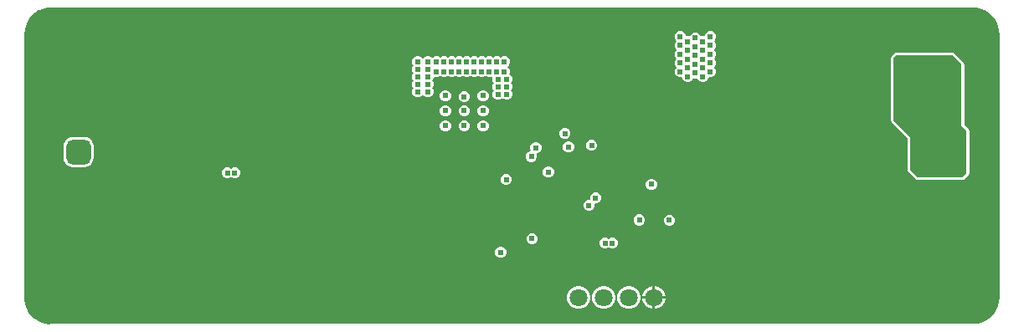
<source format=gbr>
%TF.GenerationSoftware,Altium Limited,Altium Designer,23.0.1 (38)*%
G04 Layer_Physical_Order=2*
G04 Layer_Color=36540*
%FSLAX45Y45*%
%MOMM*%
%TF.SameCoordinates,3EE063B3-4F93-4FDD-BE50-ED7C6B7A8C7B*%
%TF.FilePolarity,Positive*%
%TF.FileFunction,Copper,L2,Inr,Signal*%
%TF.Part,Single*%
G01*
G75*
%TA.AperFunction,ComponentPad*%
G04:AMPARAMS|DCode=58|XSize=2.5mm|YSize=2.5mm|CornerRadius=0.625mm|HoleSize=0mm|Usage=FLASHONLY|Rotation=270.000|XOffset=0mm|YOffset=0mm|HoleType=Round|Shape=RoundedRectangle|*
%AMROUNDEDRECTD58*
21,1,2.50000,1.25000,0,0,270.0*
21,1,1.25000,2.50000,0,0,270.0*
1,1,1.25000,-0.62500,-0.62500*
1,1,1.25000,-0.62500,0.62500*
1,1,1.25000,0.62500,0.62500*
1,1,1.25000,0.62500,-0.62500*
%
%ADD58ROUNDEDRECTD58*%
%ADD59C,1.80000*%
%ADD60C,5.00000*%
%TA.AperFunction,ViaPad*%
%ADD61C,0.60960*%
%ADD62C,0.40000*%
G36*
X9362797Y2932577D02*
X9403811Y2922730D01*
X9442779Y2906589D01*
X9478743Y2884550D01*
X9510816Y2857157D01*
X9538210Y2825084D01*
X9560248Y2789120D01*
X9576390Y2750151D01*
X9586236Y2709137D01*
X9589473Y2668007D01*
X9589290Y2667088D01*
Y88D01*
X9589473Y-832D01*
X9586236Y-41962D01*
X9576390Y-82976D01*
X9560248Y-121944D01*
X9538210Y-157908D01*
X9510816Y-189982D01*
X9478743Y-217375D01*
X9442779Y-239414D01*
X9403811Y-255555D01*
X9362797Y-265402D01*
X9321667Y-268639D01*
X9320747Y-268456D01*
X-10434Y-268457D01*
X-12680Y-268903D01*
X-60727Y-264171D01*
X-109088Y-249501D01*
X-153658Y-225678D01*
X-192724Y-193618D01*
X-224784Y-154552D01*
X-248607Y-109982D01*
X-263277Y-61621D01*
X-267003Y-23796D01*
X-267562Y-11328D01*
X-267572Y1371D01*
X-269596Y2667115D01*
X-269778Y2668024D01*
X-266542Y2709137D01*
X-256695Y2750151D01*
X-240554Y2789120D01*
X-218515Y2825084D01*
X-191122Y2857157D01*
X-159049Y2884550D01*
X-123085Y2906589D01*
X-84116Y2922730D01*
X-43102Y2932577D01*
X-1972Y2935814D01*
X-1053Y2935631D01*
X9320747D01*
X9321667Y2935814D01*
X9362797Y2932577D01*
D02*
G37*
%LPC*%
G36*
X6678615Y2697480D02*
X6656385D01*
X6635847Y2688973D01*
X6620127Y2673253D01*
X6612998Y2656043D01*
X6602415Y2646680D01*
X6580185D01*
X6569972Y2642450D01*
X6562473Y2660553D01*
X6546753Y2676273D01*
X6526215Y2684780D01*
X6503985D01*
X6483447Y2676273D01*
X6467727Y2660553D01*
X6460228Y2642450D01*
X6450015Y2646680D01*
X6427785D01*
X6417202Y2656043D01*
X6410073Y2673253D01*
X6394353Y2688973D01*
X6373815Y2697480D01*
X6351585D01*
X6331047Y2688973D01*
X6315327Y2673253D01*
X6306820Y2652715D01*
Y2630485D01*
X6315327Y2609947D01*
X6328124Y2597150D01*
X6315327Y2584353D01*
X6306820Y2563815D01*
Y2541585D01*
X6315327Y2521047D01*
X6328124Y2508250D01*
X6315327Y2495453D01*
X6306820Y2474915D01*
Y2452685D01*
X6315327Y2432147D01*
X6328124Y2419350D01*
X6315327Y2406553D01*
X6306820Y2386015D01*
Y2363785D01*
X6315327Y2343247D01*
X6328124Y2330450D01*
X6315327Y2317653D01*
X6306820Y2297115D01*
Y2274885D01*
X6315327Y2254347D01*
X6331047Y2238627D01*
X6351585Y2230120D01*
X6373815D01*
X6384398Y2220757D01*
X6391527Y2203547D01*
X6407247Y2187827D01*
X6427785Y2179320D01*
X6450015D01*
X6470553Y2187827D01*
X6486273Y2203547D01*
X6493772Y2221650D01*
X6503985Y2217420D01*
X6526215D01*
X6536428Y2221650D01*
X6543927Y2203547D01*
X6559647Y2187827D01*
X6580185Y2179320D01*
X6602415D01*
X6622953Y2187827D01*
X6638673Y2203547D01*
X6645802Y2220757D01*
X6656385Y2230120D01*
X6678615D01*
X6699153Y2238627D01*
X6714873Y2254347D01*
X6723380Y2274885D01*
Y2297115D01*
X6714873Y2317653D01*
X6702076Y2330450D01*
X6714873Y2343247D01*
X6723380Y2363785D01*
Y2386015D01*
X6714873Y2406553D01*
X6702076Y2419350D01*
X6714873Y2432147D01*
X6723380Y2452685D01*
Y2474915D01*
X6714873Y2495453D01*
X6702076Y2508250D01*
X6714873Y2521047D01*
X6723380Y2541585D01*
Y2563815D01*
X6714873Y2584353D01*
X6702076Y2597150D01*
X6714873Y2609947D01*
X6723380Y2630485D01*
Y2652715D01*
X6714873Y2673253D01*
X6699153Y2688973D01*
X6678615Y2697480D01*
D02*
G37*
G36*
X4595815Y2443480D02*
X4573585D01*
X4553047Y2434973D01*
X4546600Y2428526D01*
X4540153Y2434973D01*
X4519615Y2443480D01*
X4497385D01*
X4476847Y2434973D01*
X4470400Y2428526D01*
X4463953Y2434973D01*
X4443415Y2443480D01*
X4421185D01*
X4400647Y2434973D01*
X4394200Y2428526D01*
X4387753Y2434973D01*
X4367215Y2443480D01*
X4344985D01*
X4324447Y2434973D01*
X4318000Y2428526D01*
X4311553Y2434973D01*
X4291015Y2443480D01*
X4268785D01*
X4248247Y2434973D01*
X4241800Y2428526D01*
X4235353Y2434973D01*
X4214815Y2443480D01*
X4192585D01*
X4172047Y2434973D01*
X4165600Y2428526D01*
X4159153Y2434973D01*
X4138615Y2443480D01*
X4116385D01*
X4095847Y2434973D01*
X4089400Y2428526D01*
X4082953Y2434973D01*
X4062415Y2443480D01*
X4040185D01*
X4019647Y2434973D01*
X4013200Y2428526D01*
X4006753Y2434973D01*
X3986215Y2443480D01*
X3963985D01*
X3943447Y2434973D01*
X3937000Y2428526D01*
X3930553Y2434973D01*
X3910015Y2443480D01*
X3887785D01*
X3867247Y2434973D01*
X3854450Y2422176D01*
X3841653Y2434973D01*
X3821115Y2443480D01*
X3798885D01*
X3778347Y2434973D01*
X3767497Y2424123D01*
X3759200Y2420677D01*
X3750903Y2424123D01*
X3740053Y2434973D01*
X3719515Y2443480D01*
X3697285D01*
X3676747Y2434973D01*
X3661027Y2419253D01*
X3652520Y2398715D01*
Y2376485D01*
X3661027Y2355947D01*
X3667474Y2349500D01*
X3661027Y2343053D01*
X3652520Y2322515D01*
Y2300285D01*
X3661027Y2279747D01*
X3667474Y2273300D01*
X3661027Y2266853D01*
X3652520Y2246315D01*
Y2224085D01*
X3661027Y2203547D01*
X3667474Y2197100D01*
X3661027Y2190653D01*
X3652520Y2170115D01*
Y2147885D01*
X3661027Y2127347D01*
X3667474Y2120900D01*
X3661027Y2114453D01*
X3652520Y2093915D01*
Y2071685D01*
X3661027Y2051147D01*
X3676747Y2035427D01*
X3697285Y2026920D01*
X3719515D01*
X3740053Y2035427D01*
X3750903Y2046277D01*
X3759200Y2049723D01*
X3767497Y2046277D01*
X3778347Y2035427D01*
X3798885Y2026920D01*
X3821115D01*
X3841653Y2035427D01*
X3857373Y2051147D01*
X3865880Y2071685D01*
Y2093915D01*
X3857373Y2114453D01*
X3850926Y2120900D01*
X3857373Y2127347D01*
X3865880Y2147885D01*
Y2170115D01*
X3857373Y2190653D01*
X3850926Y2197100D01*
X3857373Y2203547D01*
X3865880Y2224085D01*
Y2225447D01*
X3878580Y2233933D01*
X3887785Y2230120D01*
X3910015D01*
X3930553Y2238627D01*
X3937000Y2245074D01*
X3943447Y2238627D01*
X3963985Y2230120D01*
X3986215D01*
X4006753Y2238627D01*
X4013200Y2245074D01*
X4019647Y2238627D01*
X4040185Y2230120D01*
X4062415D01*
X4082953Y2238627D01*
X4089400Y2245074D01*
X4095847Y2238627D01*
X4116385Y2230120D01*
X4138615D01*
X4159153Y2238627D01*
X4165600Y2245074D01*
X4172047Y2238627D01*
X4192585Y2230120D01*
X4214815D01*
X4235353Y2238627D01*
X4241800Y2245074D01*
X4248247Y2238627D01*
X4268785Y2230120D01*
X4291015D01*
X4311553Y2238627D01*
X4318000Y2245074D01*
X4324447Y2238627D01*
X4344985Y2230120D01*
X4367215D01*
X4387753Y2238627D01*
X4394200Y2245074D01*
X4400647Y2238627D01*
X4421185Y2230120D01*
X4443415D01*
X4457866Y2236106D01*
X4467586Y2226385D01*
X4465320Y2220915D01*
Y2198685D01*
X4473827Y2178147D01*
X4480274Y2171700D01*
X4473827Y2165253D01*
X4465320Y2144715D01*
Y2122485D01*
X4473827Y2101947D01*
X4480274Y2095500D01*
X4473827Y2089053D01*
X4465320Y2068515D01*
Y2046285D01*
X4473827Y2025747D01*
X4489547Y2010027D01*
X4510085Y2001520D01*
X4532315D01*
X4552853Y2010027D01*
X4565650Y2022824D01*
X4578447Y2010027D01*
X4598985Y2001520D01*
X4621215D01*
X4641753Y2010027D01*
X4657473Y2025747D01*
X4665980Y2046285D01*
Y2068515D01*
X4657473Y2089053D01*
X4651026Y2095500D01*
X4657473Y2101947D01*
X4665980Y2122485D01*
Y2144715D01*
X4657473Y2165253D01*
X4651026Y2171700D01*
X4657473Y2178147D01*
X4665980Y2198685D01*
Y2220915D01*
X4657473Y2241453D01*
X4641753Y2257173D01*
X4634490Y2260181D01*
X4640580Y2274885D01*
Y2297115D01*
X4632073Y2317653D01*
X4621223Y2328503D01*
X4617777Y2336800D01*
X4621223Y2345097D01*
X4632073Y2355947D01*
X4640580Y2376485D01*
Y2398715D01*
X4632073Y2419253D01*
X4616353Y2434973D01*
X4595815Y2443480D01*
D02*
G37*
G36*
X4379915Y2100580D02*
X4357685D01*
X4337147Y2092073D01*
X4321427Y2076353D01*
X4312920Y2055815D01*
Y2033585D01*
X4321427Y2013047D01*
X4337147Y1997327D01*
X4357685Y1988820D01*
X4379915D01*
X4400453Y1997327D01*
X4416173Y2013047D01*
X4424680Y2033585D01*
Y2055815D01*
X4416173Y2076353D01*
X4400453Y2092073D01*
X4379915Y2100580D01*
D02*
G37*
G36*
X3998915D02*
X3976685D01*
X3956147Y2092073D01*
X3940427Y2076353D01*
X3931920Y2055815D01*
Y2033585D01*
X3940427Y2013047D01*
X3956147Y1997327D01*
X3976685Y1988820D01*
X3998915D01*
X4019453Y1997327D01*
X4035173Y2013047D01*
X4043680Y2033585D01*
Y2055815D01*
X4035173Y2076353D01*
X4019453Y2092073D01*
X3998915Y2100580D01*
D02*
G37*
G36*
X4189415Y2087880D02*
X4167185D01*
X4146647Y2079373D01*
X4130927Y2063653D01*
X4122420Y2043115D01*
Y2020885D01*
X4130927Y2000347D01*
X4146647Y1984627D01*
X4167185Y1976120D01*
X4189415D01*
X4209953Y1984627D01*
X4225673Y2000347D01*
X4234180Y2020885D01*
Y2043115D01*
X4225673Y2063653D01*
X4209953Y2079373D01*
X4189415Y2087880D01*
D02*
G37*
G36*
X4379915Y1948180D02*
X4357685D01*
X4337147Y1939673D01*
X4321427Y1923953D01*
X4312920Y1903415D01*
Y1881185D01*
X4321427Y1860647D01*
X4337147Y1844927D01*
X4357685Y1836420D01*
X4379915D01*
X4400453Y1844927D01*
X4416173Y1860647D01*
X4424680Y1881185D01*
Y1903415D01*
X4416173Y1923953D01*
X4400453Y1939673D01*
X4379915Y1948180D01*
D02*
G37*
G36*
X4189415D02*
X4167185D01*
X4146647Y1939673D01*
X4130927Y1923953D01*
X4122420Y1903415D01*
Y1881185D01*
X4130927Y1860647D01*
X4146647Y1844927D01*
X4167185Y1836420D01*
X4189415D01*
X4209953Y1844927D01*
X4225673Y1860647D01*
X4234180Y1881185D01*
Y1903415D01*
X4225673Y1923953D01*
X4209953Y1939673D01*
X4189415Y1948180D01*
D02*
G37*
G36*
X3998915D02*
X3976685D01*
X3956147Y1939673D01*
X3940427Y1923953D01*
X3931920Y1903415D01*
Y1881185D01*
X3940427Y1860647D01*
X3956147Y1844927D01*
X3976685Y1836420D01*
X3998915D01*
X4019453Y1844927D01*
X4035173Y1860647D01*
X4043680Y1881185D01*
Y1903415D01*
X4035173Y1923953D01*
X4019453Y1939673D01*
X3998915Y1948180D01*
D02*
G37*
G36*
X4379915Y1795780D02*
X4357685D01*
X4337147Y1787273D01*
X4321427Y1771553D01*
X4312920Y1751015D01*
Y1728785D01*
X4321427Y1708247D01*
X4337147Y1692527D01*
X4357685Y1684020D01*
X4379915D01*
X4400453Y1692527D01*
X4416173Y1708247D01*
X4424680Y1728785D01*
Y1751015D01*
X4416173Y1771553D01*
X4400453Y1787273D01*
X4379915Y1795780D01*
D02*
G37*
G36*
X4189415D02*
X4167185D01*
X4146647Y1787273D01*
X4130927Y1771553D01*
X4122420Y1751015D01*
Y1728785D01*
X4130927Y1708247D01*
X4146647Y1692527D01*
X4167185Y1684020D01*
X4189415D01*
X4209953Y1692527D01*
X4225673Y1708247D01*
X4234180Y1728785D01*
Y1751015D01*
X4225673Y1771553D01*
X4209953Y1787273D01*
X4189415Y1795780D01*
D02*
G37*
G36*
X3998915D02*
X3976685D01*
X3956147Y1787273D01*
X3940427Y1771553D01*
X3931920Y1751015D01*
Y1728785D01*
X3940427Y1708247D01*
X3956147Y1692527D01*
X3976685Y1684020D01*
X3998915D01*
X4019453Y1692527D01*
X4035173Y1708247D01*
X4043680Y1728785D01*
Y1751015D01*
X4035173Y1771553D01*
X4019453Y1787273D01*
X3998915Y1795780D01*
D02*
G37*
G36*
X5207955Y1717040D02*
X5185725D01*
X5165187Y1708533D01*
X5149467Y1692813D01*
X5140960Y1672275D01*
Y1650045D01*
X5149467Y1629507D01*
X5165187Y1613787D01*
X5185725Y1605280D01*
X5207955D01*
X5228493Y1613787D01*
X5244213Y1629507D01*
X5252720Y1650045D01*
Y1672275D01*
X5244213Y1692813D01*
X5228493Y1708533D01*
X5207955Y1717040D01*
D02*
G37*
G36*
X5477486Y1596365D02*
X5455256D01*
X5434718Y1587858D01*
X5418998Y1572138D01*
X5410491Y1551600D01*
Y1529370D01*
X5418998Y1508831D01*
X5434718Y1493112D01*
X5455256Y1484605D01*
X5477486D01*
X5498025Y1493112D01*
X5513744Y1508831D01*
X5522251Y1529370D01*
Y1551600D01*
X5513744Y1572138D01*
X5498025Y1587858D01*
X5477486Y1596365D01*
D02*
G37*
G36*
X5243515Y1579880D02*
X5221285D01*
X5200747Y1571373D01*
X5185027Y1555653D01*
X5176520Y1535115D01*
Y1512885D01*
X5185027Y1492347D01*
X5200747Y1476627D01*
X5221285Y1468120D01*
X5243515D01*
X5264053Y1476627D01*
X5279773Y1492347D01*
X5288280Y1512885D01*
Y1535115D01*
X5279773Y1555653D01*
X5264053Y1571373D01*
X5243515Y1579880D01*
D02*
G37*
G36*
X4913315Y1572260D02*
X4891085D01*
X4870547Y1563753D01*
X4854827Y1548033D01*
X4846320Y1527495D01*
Y1505265D01*
X4850133Y1496060D01*
X4845364Y1483360D01*
X4824827Y1474853D01*
X4809107Y1459133D01*
X4800600Y1438595D01*
Y1416365D01*
X4809107Y1395827D01*
X4824827Y1380107D01*
X4845365Y1371600D01*
X4867595D01*
X4888133Y1380107D01*
X4903853Y1395827D01*
X4912360Y1416365D01*
Y1438595D01*
X4908547Y1447800D01*
X4913316Y1460500D01*
X4933853Y1469007D01*
X4949573Y1484727D01*
X4958080Y1505265D01*
Y1527495D01*
X4949573Y1548033D01*
X4933853Y1563753D01*
X4913315Y1572260D01*
D02*
G37*
G36*
X341900Y1624358D02*
X216900D01*
X193953Y1621337D01*
X172571Y1612480D01*
X154209Y1598391D01*
X140120Y1580029D01*
X131263Y1558647D01*
X128242Y1535700D01*
Y1410700D01*
X131263Y1387753D01*
X140120Y1366371D01*
X154209Y1348009D01*
X172571Y1333920D01*
X193953Y1325063D01*
X216900Y1322042D01*
X341900D01*
X364847Y1325063D01*
X386229Y1333920D01*
X404591Y1348009D01*
X418680Y1366371D01*
X427537Y1387753D01*
X430558Y1410700D01*
Y1535700D01*
X427537Y1558647D01*
X418680Y1580029D01*
X404591Y1598391D01*
X386229Y1612480D01*
X364847Y1621337D01*
X341900Y1624358D01*
D02*
G37*
G36*
X1869125Y1318260D02*
X1846895D01*
X1826357Y1309753D01*
X1821180Y1304576D01*
X1816003Y1309753D01*
X1795465Y1318260D01*
X1773235D01*
X1752697Y1309753D01*
X1736977Y1294033D01*
X1728470Y1273495D01*
Y1251265D01*
X1736977Y1230727D01*
X1752697Y1215007D01*
X1773235Y1206500D01*
X1795465D01*
X1816003Y1215007D01*
X1821180Y1220184D01*
X1826357Y1215007D01*
X1846895Y1206500D01*
X1869125D01*
X1889663Y1215007D01*
X1905383Y1230727D01*
X1913890Y1251265D01*
Y1273495D01*
X1905383Y1294033D01*
X1889663Y1309753D01*
X1869125Y1318260D01*
D02*
G37*
G36*
X5040315Y1325880D02*
X5018085D01*
X4997547Y1317373D01*
X4981827Y1301653D01*
X4973320Y1281115D01*
Y1258885D01*
X4981827Y1238347D01*
X4997547Y1222627D01*
X5018085Y1214120D01*
X5040315D01*
X5060853Y1222627D01*
X5076573Y1238347D01*
X5085080Y1258885D01*
Y1281115D01*
X5076573Y1301653D01*
X5060853Y1317373D01*
X5040315Y1325880D01*
D02*
G37*
G36*
X9118600Y2476998D02*
X8547100D01*
X8537189Y2475026D01*
X8528788Y2469412D01*
X8503388Y2444012D01*
X8497774Y2435611D01*
X8495802Y2425700D01*
Y1790700D01*
X8497774Y1780789D01*
X8503388Y1772388D01*
X8660902Y1614873D01*
Y1295400D01*
X8662874Y1285489D01*
X8668488Y1277088D01*
X8744688Y1200888D01*
X8753089Y1195274D01*
X8763000Y1193302D01*
X9220200D01*
X9230111Y1195274D01*
X9238512Y1200888D01*
X9276612Y1238988D01*
X9282226Y1247389D01*
X9284198Y1257300D01*
Y1689100D01*
X9282226Y1699011D01*
X9276612Y1707412D01*
X9233398Y1750627D01*
Y2362200D01*
X9231426Y2372111D01*
X9225812Y2380512D01*
X9136912Y2469412D01*
X9128511Y2475026D01*
X9118600Y2476998D01*
D02*
G37*
G36*
X4614115Y1249680D02*
X4591885D01*
X4571347Y1241173D01*
X4555627Y1225453D01*
X4547120Y1204915D01*
Y1182685D01*
X4555627Y1162147D01*
X4571347Y1146427D01*
X4591885Y1137920D01*
X4614115D01*
X4634654Y1146427D01*
X4650373Y1162147D01*
X4658880Y1182685D01*
Y1204915D01*
X4650373Y1225453D01*
X4634654Y1241173D01*
X4614115Y1249680D01*
D02*
G37*
G36*
X6081715Y1201420D02*
X6059485D01*
X6038947Y1192913D01*
X6023227Y1177193D01*
X6014720Y1156655D01*
Y1134425D01*
X6023227Y1113887D01*
X6038947Y1098167D01*
X6059485Y1089660D01*
X6081715D01*
X6102253Y1098167D01*
X6117973Y1113887D01*
X6126480Y1134425D01*
Y1156655D01*
X6117973Y1177193D01*
X6102253Y1192913D01*
X6081715Y1201420D01*
D02*
G37*
G36*
X5517835Y1064358D02*
X5495605D01*
X5475067Y1055850D01*
X5459347Y1040131D01*
X5450840Y1019593D01*
Y999793D01*
X5450464Y997009D01*
X5440947Y988060D01*
X5427025D01*
X5406487Y979553D01*
X5390767Y963833D01*
X5382260Y943295D01*
Y921065D01*
X5390767Y900527D01*
X5406487Y884807D01*
X5427025Y876300D01*
X5449255D01*
X5469793Y884807D01*
X5485513Y900527D01*
X5494020Y921065D01*
Y940864D01*
X5494396Y943649D01*
X5503913Y952598D01*
X5517835D01*
X5538373Y961105D01*
X5554093Y976824D01*
X5562600Y997362D01*
Y1019593D01*
X5554093Y1040131D01*
X5538373Y1055850D01*
X5517835Y1064358D01*
D02*
G37*
G36*
X5959795Y840740D02*
X5937565D01*
X5917027Y832233D01*
X5901307Y816513D01*
X5892800Y795975D01*
Y773745D01*
X5901307Y753207D01*
X5917027Y737487D01*
X5937565Y728980D01*
X5959795D01*
X5980333Y737487D01*
X5996053Y753207D01*
X6004560Y773745D01*
Y795975D01*
X5996053Y816513D01*
X5980333Y832233D01*
X5959795Y840740D01*
D02*
G37*
G36*
X6262055Y838570D02*
X6239825D01*
X6219287Y830063D01*
X6203567Y814343D01*
X6195060Y793805D01*
Y771575D01*
X6203567Y751036D01*
X6219287Y735317D01*
X6239825Y726810D01*
X6262055D01*
X6282593Y735317D01*
X6298313Y751036D01*
X6306820Y771575D01*
Y793805D01*
X6298313Y814343D01*
X6282593Y830063D01*
X6262055Y838570D01*
D02*
G37*
G36*
X5686745Y607060D02*
X5664515D01*
X5643977Y598553D01*
X5638800Y593376D01*
X5633623Y598553D01*
X5613085Y607060D01*
X5590855D01*
X5570317Y598553D01*
X5554597Y582833D01*
X5546090Y562295D01*
Y540065D01*
X5554597Y519527D01*
X5570317Y503807D01*
X5590855Y495300D01*
X5613085D01*
X5633623Y503807D01*
X5638800Y508984D01*
X5643977Y503807D01*
X5664515Y495300D01*
X5686745D01*
X5707283Y503807D01*
X5723003Y519527D01*
X5731510Y540065D01*
Y562295D01*
X5723003Y582833D01*
X5707283Y598553D01*
X5686745Y607060D01*
D02*
G37*
G36*
X4875215Y652780D02*
X4852985D01*
X4832447Y644273D01*
X4816727Y628553D01*
X4808220Y608015D01*
Y585785D01*
X4816727Y565247D01*
X4832447Y549527D01*
X4852985Y541020D01*
X4875215D01*
X4895753Y549527D01*
X4911473Y565247D01*
X4919980Y585785D01*
Y608015D01*
X4911473Y628553D01*
X4895753Y644273D01*
X4875215Y652780D01*
D02*
G37*
G36*
X4557715Y513080D02*
X4535485D01*
X4514947Y504573D01*
X4499227Y488853D01*
X4490720Y468315D01*
Y446085D01*
X4499227Y425547D01*
X4514947Y409827D01*
X4535485Y401320D01*
X4557715D01*
X4578253Y409827D01*
X4593973Y425547D01*
X4602480Y446085D01*
Y468315D01*
X4593973Y488853D01*
X4578253Y504573D01*
X4557715Y513080D01*
D02*
G37*
G36*
X6111193Y115400D02*
X6108700D01*
Y12700D01*
X6211400D01*
Y15193D01*
X6203535Y44543D01*
X6188343Y70857D01*
X6166857Y92343D01*
X6140543Y107535D01*
X6111193Y115400D01*
D02*
G37*
G36*
X6083300D02*
X6080807D01*
X6051457Y107535D01*
X6025143Y92343D01*
X6003657Y70857D01*
X5988465Y44543D01*
X5980600Y15193D01*
Y12700D01*
X6083300D01*
Y115400D01*
D02*
G37*
G36*
X6211400Y-12700D02*
X6108700D01*
Y-115400D01*
X6111193D01*
X6140543Y-107535D01*
X6166857Y-92343D01*
X6188343Y-70857D01*
X6203535Y-44543D01*
X6211400Y-15193D01*
Y-12700D01*
D02*
G37*
G36*
X6083300D02*
X5980600D01*
Y-15193D01*
X5988465Y-44543D01*
X6003657Y-70857D01*
X6025143Y-92343D01*
X6051457Y-107535D01*
X6080807Y-115400D01*
X6083300D01*
Y-12700D01*
D02*
G37*
G36*
X5857193Y115400D02*
X5826807D01*
X5797457Y107535D01*
X5771143Y92343D01*
X5749657Y70857D01*
X5734465Y44543D01*
X5726600Y15193D01*
Y-15193D01*
X5734465Y-44543D01*
X5749657Y-70857D01*
X5771143Y-92343D01*
X5797457Y-107535D01*
X5826807Y-115400D01*
X5857193D01*
X5886543Y-107535D01*
X5912857Y-92343D01*
X5934343Y-70857D01*
X5949535Y-44543D01*
X5957400Y-15193D01*
Y15193D01*
X5949535Y44543D01*
X5934343Y70857D01*
X5912857Y92343D01*
X5886543Y107535D01*
X5857193Y115400D01*
D02*
G37*
G36*
X5603193D02*
X5572807D01*
X5543457Y107535D01*
X5517143Y92343D01*
X5495657Y70857D01*
X5480465Y44543D01*
X5472600Y15193D01*
Y-15193D01*
X5480465Y-44543D01*
X5495657Y-70857D01*
X5517143Y-92343D01*
X5543457Y-107535D01*
X5572807Y-115400D01*
X5603193D01*
X5632543Y-107535D01*
X5658857Y-92343D01*
X5680343Y-70857D01*
X5695535Y-44543D01*
X5703400Y-15193D01*
Y15193D01*
X5695535Y44543D01*
X5680343Y70857D01*
X5658857Y92343D01*
X5632543Y107535D01*
X5603193Y115400D01*
D02*
G37*
G36*
X5349193D02*
X5318807D01*
X5289457Y107535D01*
X5263143Y92343D01*
X5241657Y70857D01*
X5226465Y44543D01*
X5218600Y15193D01*
Y-15193D01*
X5226465Y-44543D01*
X5241657Y-70857D01*
X5263143Y-92343D01*
X5289457Y-107535D01*
X5318807Y-115400D01*
X5349193D01*
X5378543Y-107535D01*
X5404857Y-92343D01*
X5426343Y-70857D01*
X5441535Y-44543D01*
X5449400Y-15193D01*
Y15193D01*
X5441535Y44543D01*
X5426343Y70857D01*
X5404857Y92343D01*
X5378543Y107535D01*
X5349193Y115400D01*
D02*
G37*
%LPD*%
G36*
X9207500Y2362200D02*
Y1739900D01*
X9258300Y1689100D01*
Y1257300D01*
X9220200Y1219200D01*
X8763000D01*
X8686800Y1295400D01*
Y1625600D01*
X8521700Y1790700D01*
Y2425700D01*
X8547100Y2451100D01*
X9118600D01*
X9207500Y2362200D01*
D02*
G37*
D58*
X279400Y1473200D02*
D03*
Y965200D02*
D03*
X8991600Y939800D02*
D03*
Y1447800D02*
D03*
D59*
X6096000Y0D02*
D03*
X5842000D02*
D03*
X5588000D02*
D03*
X5334000D02*
D03*
D60*
X0Y2667000D02*
D03*
Y0D02*
D03*
X9321800D02*
D03*
Y2667000D02*
D03*
D61*
X6032500Y2374900D02*
D03*
X5981700Y2082800D02*
D03*
X9372600Y1168400D02*
D03*
X9245600Y914400D02*
D03*
Y406400D02*
D03*
X8991600D02*
D03*
Y-101600D02*
D03*
X8864600Y2692400D02*
D03*
X8737600Y914400D02*
D03*
Y406400D02*
D03*
X8864600Y152400D02*
D03*
X8737600Y-101600D02*
D03*
X8610600Y2692400D02*
D03*
X8483600Y1422400D02*
D03*
X8610600Y1168400D02*
D03*
X8483600Y914400D02*
D03*
Y406400D02*
D03*
X8610600Y152400D02*
D03*
X8483600Y-101600D02*
D03*
X8229600Y1930400D02*
D03*
X8356600Y1168400D02*
D03*
X8229600Y914400D02*
D03*
X8356600Y660400D02*
D03*
Y152400D02*
D03*
X8229600Y-101600D02*
D03*
X7975600Y914400D02*
D03*
X8102600Y660400D02*
D03*
X7975600Y-101600D02*
D03*
X7721600Y1422400D02*
D03*
X7848600Y1168400D02*
D03*
X7721600Y914400D02*
D03*
X7848600Y660400D02*
D03*
X7721600Y-101600D02*
D03*
X7467600Y2438400D02*
D03*
Y1930400D02*
D03*
X7594600Y1676400D02*
D03*
Y1168400D02*
D03*
X7467600Y914400D02*
D03*
X7594600Y660400D02*
D03*
X7467600Y-101600D02*
D03*
X7340600Y660400D02*
D03*
X7213600Y-101600D02*
D03*
X7086600Y660400D02*
D03*
X6959600Y-101600D02*
D03*
X6705600Y914400D02*
D03*
X6832600Y660400D02*
D03*
X6705600Y406400D02*
D03*
X6832600Y152400D02*
D03*
X6705600Y-101600D02*
D03*
X6451600Y1930400D02*
D03*
Y1422400D02*
D03*
X6578600Y1168400D02*
D03*
Y660400D02*
D03*
X6451600Y406400D02*
D03*
X6578600Y152400D02*
D03*
X6451600Y-101600D02*
D03*
X6324600Y1168400D02*
D03*
Y152400D02*
D03*
X6070600Y2692400D02*
D03*
X5943600Y914400D02*
D03*
X5816600Y2692400D02*
D03*
X5562600D02*
D03*
X5308600D02*
D03*
X5181600Y1930400D02*
D03*
X5054600Y2692400D02*
D03*
Y1676400D02*
D03*
X4927600Y406400D02*
D03*
Y-101600D02*
D03*
X4800600Y2692400D02*
D03*
X4673600Y406400D02*
D03*
X4800600Y152400D02*
D03*
X4673600Y-101600D02*
D03*
X4546600Y152400D02*
D03*
X4419600Y-101600D02*
D03*
X4292600Y152400D02*
D03*
X4165600Y-101600D02*
D03*
X4038600Y152400D02*
D03*
X3911600Y-101600D02*
D03*
X3657600Y914400D02*
D03*
X3784600Y660400D02*
D03*
X3657600Y406400D02*
D03*
X3784600Y152400D02*
D03*
X3657600Y-101600D02*
D03*
X3530600Y2692400D02*
D03*
Y1676400D02*
D03*
X3403600Y914400D02*
D03*
X3530600Y660400D02*
D03*
X3403600Y406400D02*
D03*
X3530600Y152400D02*
D03*
X3276600Y2692400D02*
D03*
Y1676400D02*
D03*
X3149600Y1422400D02*
D03*
X3276600Y1168400D02*
D03*
X3149600Y914400D02*
D03*
X3276600Y660400D02*
D03*
X3149600Y406400D02*
D03*
X3276600Y152400D02*
D03*
X3022600Y2692400D02*
D03*
X2895600Y2438400D02*
D03*
X3022600Y2184400D02*
D03*
Y1676400D02*
D03*
Y1168400D02*
D03*
Y660400D02*
D03*
X2895600Y406400D02*
D03*
X3022600Y152400D02*
D03*
X2768600Y2692400D02*
D03*
X2641600Y2438400D02*
D03*
X2768600Y2184400D02*
D03*
Y660400D02*
D03*
X2641600Y406400D02*
D03*
X2768600Y152400D02*
D03*
X2641600Y-101600D02*
D03*
X2514600Y2692400D02*
D03*
Y2184400D02*
D03*
Y660400D02*
D03*
Y152400D02*
D03*
X2260600Y660400D02*
D03*
X863600Y-101600D02*
D03*
X736600Y2692400D02*
D03*
X609600Y2438400D02*
D03*
X736600Y2184400D02*
D03*
X609600Y1930400D02*
D03*
Y914400D02*
D03*
Y406400D02*
D03*
X736600Y152400D02*
D03*
X609600Y-101600D02*
D03*
X482600Y2692400D02*
D03*
X355600Y2438400D02*
D03*
X482600Y2184400D02*
D03*
X355600Y1930400D02*
D03*
X482600Y660400D02*
D03*
X355600Y406400D02*
D03*
X482600Y152400D02*
D03*
X355600Y-101600D02*
D03*
X228600Y2184400D02*
D03*
X101600Y1930400D02*
D03*
X228600Y660400D02*
D03*
X101600Y406400D02*
D03*
X-25400Y2184400D02*
D03*
X-152400Y1930400D02*
D03*
X-25400Y660400D02*
D03*
X-152400Y406400D02*
D03*
X6197600Y1473200D02*
D03*
X6210300Y1333500D02*
D03*
X6223000Y1219200D02*
D03*
Y1092200D02*
D03*
X5905500Y1435100D02*
D03*
X5981700Y1308100D02*
D03*
X5918200Y1117600D02*
D03*
X5880100Y1016000D02*
D03*
X5143500Y1270000D02*
D03*
X4178300Y2032000D02*
D03*
X8610600Y1790700D02*
D03*
X8737600Y1752600D02*
D03*
X8890000D02*
D03*
X9118600D02*
D03*
Y1892300D02*
D03*
Y2044700D02*
D03*
Y2184400D02*
D03*
Y2311400D02*
D03*
X8750300Y2286000D02*
D03*
Y2159000D02*
D03*
Y2006600D02*
D03*
X8864600D02*
D03*
X8623300D02*
D03*
X8864600Y2159000D02*
D03*
X8623300D02*
D03*
X8864600Y2286000D02*
D03*
X8623300D02*
D03*
X4953000Y1625600D02*
D03*
X5092700Y1752600D02*
D03*
X4368800Y1892300D02*
D03*
X4178300D02*
D03*
X3987800Y2044700D02*
D03*
Y1892300D02*
D03*
Y1739900D02*
D03*
X4178300D02*
D03*
X4368800D02*
D03*
Y2044700D02*
D03*
X1155700Y-177800D02*
D03*
X1028700D02*
D03*
X952500Y-114300D02*
D03*
Y-38100D02*
D03*
Y114300D02*
D03*
Y203200D02*
D03*
Y304800D02*
D03*
Y457200D02*
D03*
Y533400D02*
D03*
X850900D02*
D03*
X863600Y698500D02*
D03*
Y800100D02*
D03*
X889000Y952500D02*
D03*
X1003300Y977900D02*
D03*
X876300Y1752600D02*
D03*
X825500Y1905000D02*
D03*
X889000Y1968500D02*
D03*
X952500Y2044700D02*
D03*
Y2222500D02*
D03*
Y2311400D02*
D03*
Y2413000D02*
D03*
Y2578100D02*
D03*
Y2667000D02*
D03*
X1028700Y2717800D02*
D03*
X1168400D02*
D03*
X2095500D02*
D03*
X2235200D02*
D03*
X2324100Y2654300D02*
D03*
Y2565400D02*
D03*
Y2413000D02*
D03*
Y2336800D02*
D03*
Y2247900D02*
D03*
Y2082800D02*
D03*
Y2006600D02*
D03*
X2159000Y1943100D02*
D03*
X2019300Y1879600D02*
D03*
X2108200Y1866900D02*
D03*
X2019300Y1689100D02*
D03*
X2032000Y838200D02*
D03*
Y647700D02*
D03*
X2146300Y622300D02*
D03*
X2362200Y546100D02*
D03*
Y457200D02*
D03*
X2336800Y152400D02*
D03*
Y-63500D02*
D03*
X2324100Y-177800D02*
D03*
X2171700Y-165100D02*
D03*
X3848100Y558800D02*
D03*
X3771900D02*
D03*
X3849193Y487057D02*
D03*
X3772993D02*
D03*
X3848100Y419100D02*
D03*
X3771900D02*
D03*
Y342900D02*
D03*
X3848100D02*
D03*
X4305300D02*
D03*
X4229100D02*
D03*
X4152900D02*
D03*
X4076700D02*
D03*
X4000500D02*
D03*
X5219700Y546100D02*
D03*
X5321300D02*
D03*
X5829300Y571500D02*
D03*
X5664200Y292100D02*
D03*
X5727700Y203200D02*
D03*
X5892800D02*
D03*
X5943600Y292100D02*
D03*
X6413500Y1816100D02*
D03*
X6489700Y1651000D02*
D03*
X6642100D02*
D03*
X8204200Y76200D02*
D03*
X8191500Y495300D02*
D03*
X8369300Y304800D02*
D03*
X8534400Y1536700D02*
D03*
X8559800Y1358900D02*
D03*
X8293100Y1320800D02*
D03*
X8280400Y1854200D02*
D03*
X8115300Y1587500D02*
D03*
X7975600Y1701800D02*
D03*
X4521200Y2057400D02*
D03*
X4610100D02*
D03*
X4521200Y2133600D02*
D03*
X4610100D02*
D03*
X4521200Y2209800D02*
D03*
X4610100D02*
D03*
X4584700Y2387600D02*
D03*
Y2286000D02*
D03*
X4508500Y2387600D02*
D03*
Y2286000D02*
D03*
X4432300Y2387600D02*
D03*
Y2286000D02*
D03*
X4356100Y2387600D02*
D03*
Y2286000D02*
D03*
X4279900Y2387600D02*
D03*
Y2286000D02*
D03*
X4203700Y2387600D02*
D03*
Y2286000D02*
D03*
X4127500Y2387600D02*
D03*
Y2286000D02*
D03*
X4051300Y2387600D02*
D03*
Y2286000D02*
D03*
X3975100Y2387600D02*
D03*
Y2286000D02*
D03*
X3898900Y2387600D02*
D03*
Y2286000D02*
D03*
X3810000Y2387600D02*
D03*
X3708400D02*
D03*
X3810000Y2311400D02*
D03*
X3708400D02*
D03*
X3810000Y2235200D02*
D03*
X3708400D02*
D03*
X3810000Y2159000D02*
D03*
X3708400D02*
D03*
Y2082800D02*
D03*
X3810000D02*
D03*
X6667500Y2286000D02*
D03*
Y2374900D02*
D03*
Y2463800D02*
D03*
Y2552700D02*
D03*
Y2641600D02*
D03*
X6591300Y2235200D02*
D03*
Y2324100D02*
D03*
Y2413000D02*
D03*
Y2501900D02*
D03*
Y2590800D02*
D03*
X6515100Y2273300D02*
D03*
Y2362200D02*
D03*
Y2451100D02*
D03*
Y2540000D02*
D03*
Y2628900D02*
D03*
X6438900Y2590800D02*
D03*
Y2501900D02*
D03*
Y2413000D02*
D03*
Y2324100D02*
D03*
Y2235200D02*
D03*
X6362700Y2286000D02*
D03*
Y2374900D02*
D03*
Y2463800D02*
D03*
Y2552700D02*
D03*
Y2641600D02*
D03*
X4856480Y1427480D02*
D03*
X4902200Y1516380D02*
D03*
X1858010Y1262380D02*
D03*
X1784350D02*
D03*
X5675630Y551180D02*
D03*
X5601970D02*
D03*
X5196840Y1661160D02*
D03*
X4864100Y596900D02*
D03*
X5438140Y932180D02*
D03*
X5506720Y1008478D02*
D03*
X6250940Y782690D02*
D03*
X5948680Y784860D02*
D03*
X5466371Y1540485D02*
D03*
X5232400Y1524000D02*
D03*
X6070600Y1145540D02*
D03*
X5029200Y1270000D02*
D03*
X4546600Y457200D02*
D03*
X4603000Y1193800D02*
D03*
D62*
X5605200Y1270000D02*
D03*
X5717200D02*
D03*
X5469200D02*
D03*
X5357200D02*
D03*
X5605200Y1190000D02*
D03*
Y1350000D02*
D03*
X5469200D02*
D03*
Y1190000D02*
D03*
%TF.MD5,0979a7bde1a362f2dc30e73577c410d3*%
M02*

</source>
